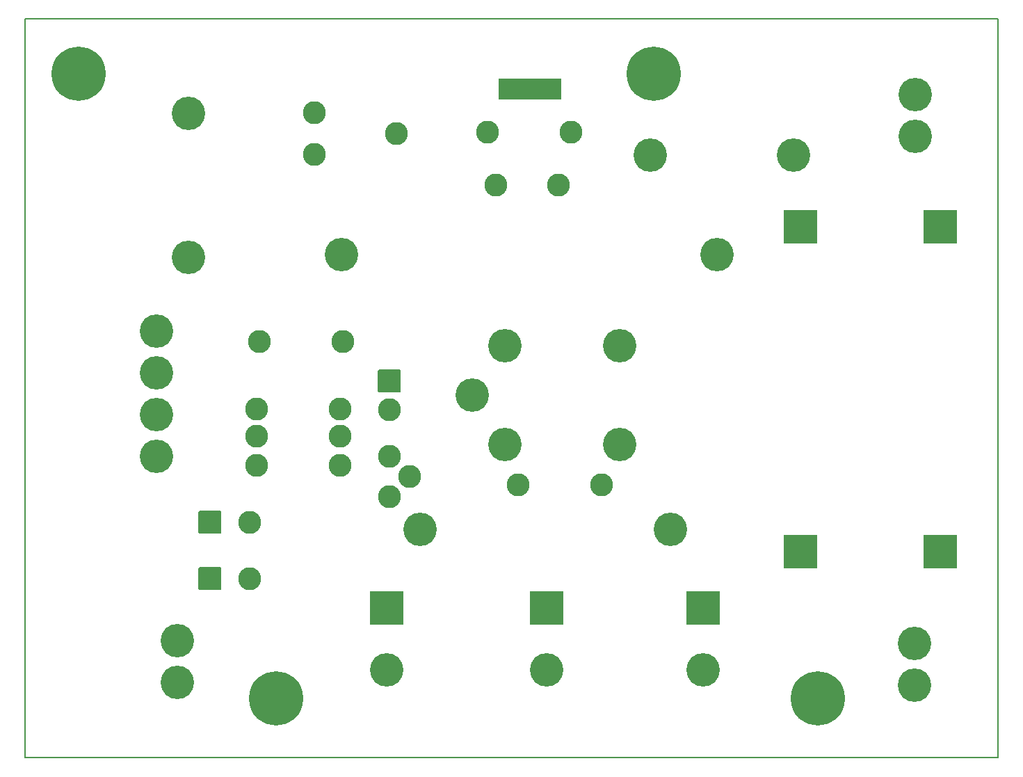
<source format=gbr>
G04 PROTEUS RS274X GERBER FILE*
%FSLAX45Y45*%
%MOMM*%
G01*
%ADD22C,4.064000*%
%AMPPAD015*
4,1,36,
-1.270000,1.397000,
1.270000,1.397000,
1.295970,1.394470,
1.319980,1.387200,
1.341580,1.375650,
1.360290,1.360290,
1.375650,1.341570,
1.387200,1.319980,
1.394470,1.295970,
1.397000,1.270000,
1.397000,-1.270000,
1.394470,-1.295970,
1.387200,-1.319980,
1.375650,-1.341570,
1.360290,-1.360290,
1.341580,-1.375650,
1.319980,-1.387200,
1.295970,-1.394470,
1.270000,-1.397000,
-1.270000,-1.397000,
-1.295970,-1.394470,
-1.319980,-1.387200,
-1.341580,-1.375650,
-1.360290,-1.360290,
-1.375650,-1.341570,
-1.387200,-1.319980,
-1.394470,-1.295970,
-1.397000,-1.270000,
-1.397000,1.270000,
-1.394470,1.295970,
-1.387200,1.319980,
-1.375650,1.341570,
-1.360290,1.360290,
-1.341580,1.375650,
-1.319980,1.387200,
-1.295970,1.394470,
-1.270000,1.397000,
0*%
%ADD23PPAD015*%
%ADD24C,2.794000*%
%AMPPAD017*
4,1,36,
-1.143000,1.270000,
1.143000,1.270000,
1.168970,1.267470,
1.192980,1.260200,
1.214580,1.248650,
1.233290,1.233290,
1.248650,1.214570,
1.260200,1.192980,
1.267470,1.168970,
1.270000,1.143000,
1.270000,-1.143000,
1.267470,-1.168970,
1.260200,-1.192980,
1.248650,-1.214570,
1.233290,-1.233290,
1.214580,-1.248650,
1.192980,-1.260200,
1.168970,-1.267470,
1.143000,-1.270000,
-1.143000,-1.270000,
-1.168970,-1.267470,
-1.192980,-1.260200,
-1.214580,-1.248650,
-1.233290,-1.233290,
-1.248650,-1.214570,
-1.260200,-1.192980,
-1.267470,-1.168970,
-1.270000,-1.143000,
-1.270000,1.143000,
-1.267470,1.168970,
-1.260200,1.192980,
-1.248650,1.214570,
-1.233290,1.233290,
-1.214580,1.248650,
-1.192980,1.260200,
-1.168970,1.267470,
-1.143000,1.270000,
0*%
%ADD25PPAD017*%
%AMPPAD018*
4,1,36,
-1.905000,2.032000,
1.905000,2.032000,
1.930970,2.029470,
1.954980,2.022200,
1.976580,2.010650,
1.995290,1.995290,
2.010650,1.976570,
2.022200,1.954980,
2.029470,1.930970,
2.032000,1.905000,
2.032000,-1.905000,
2.029470,-1.930970,
2.022200,-1.954980,
2.010650,-1.976570,
1.995290,-1.995290,
1.976580,-2.010650,
1.954980,-2.022200,
1.930970,-2.029470,
1.905000,-2.032000,
-1.905000,-2.032000,
-1.930970,-2.029470,
-1.954980,-2.022200,
-1.976580,-2.010650,
-1.995290,-1.995290,
-2.010650,-1.976570,
-2.022200,-1.954980,
-2.029470,-1.930970,
-2.032000,-1.905000,
-2.032000,1.905000,
-2.029470,1.930970,
-2.022200,1.954980,
-2.010650,1.976570,
-1.995290,1.995290,
-1.976580,2.010650,
-1.954980,2.022200,
-1.930970,2.029470,
-1.905000,2.032000,
0*%
%ADD26PPAD018*%
%ADD27C,6.604000*%
%ADD16C,0.203200*%
D22*
X-4750000Y+768000D03*
X-4750000Y-756000D03*
X-4750000Y+260000D03*
X-4750000Y-248000D03*
D23*
X-1920000Y+160000D03*
D24*
X-1920000Y-190000D03*
D25*
X-464000Y+3720000D03*
X-210000Y+3720000D03*
X+44000Y+3720000D03*
D24*
X-3496802Y+640000D03*
X-2480802Y+640000D03*
D22*
X-510000Y+590000D03*
X-510000Y-610000D03*
X-910000Y-10000D03*
X+890000Y-610000D03*
X+890000Y+590000D03*
X+3005699Y+2910000D03*
X+1255699Y+2910000D03*
X-4360000Y+3420000D03*
X-4360000Y+1670000D03*
D26*
X-1950000Y-2600000D03*
D22*
X-1950000Y-3350000D03*
D26*
X+0Y-2600000D03*
D22*
X+0Y-3350000D03*
D26*
X+1900000Y-2600000D03*
D22*
X+1900000Y-3350000D03*
X+4484476Y+3645524D03*
X+4484476Y+3137524D03*
X-4500000Y-3508000D03*
X-4500000Y-3000000D03*
D24*
X-720000Y+3190000D03*
X+296000Y+3190000D03*
D22*
X-2500000Y+1700000D03*
X+2072000Y+1700000D03*
X-1540000Y-1640000D03*
X+1508000Y-1640000D03*
D26*
X+4790000Y+2040000D03*
X+3090000Y+2040000D03*
X+4790000Y-1910000D03*
X+3090000Y-1910000D03*
D22*
X+4480000Y-3030000D03*
X+4480000Y-3538000D03*
D24*
X-2827992Y+2919153D03*
X-2827992Y+3429153D03*
X-1830000Y+3179153D03*
X-620000Y+2550000D03*
X+142000Y+2550000D03*
X-3620000Y-1560000D03*
D23*
X-4100000Y-1560000D03*
D24*
X-3620000Y-2240000D03*
D23*
X-4100000Y-2240000D03*
D24*
X-3536000Y-180000D03*
X-2520000Y-180000D03*
X-3536000Y-510000D03*
X-2520000Y-510000D03*
X-3530000Y-860000D03*
X-2514000Y-860000D03*
X-350000Y-1100000D03*
X+666000Y-1100000D03*
X-1920000Y-753000D03*
X-1670000Y-1003000D03*
X-1920000Y-1243000D03*
D27*
X-5700000Y+3900000D03*
X+1300000Y+3900000D03*
X+3300000Y-3700000D03*
X-3300000Y-3700000D03*
D16*
X-6350960Y-4420960D02*
X+5490000Y-4420960D01*
X+5490000Y+4570000D01*
X-6350960Y+4570000D01*
X-6350960Y-4420960D01*
M02*

</source>
